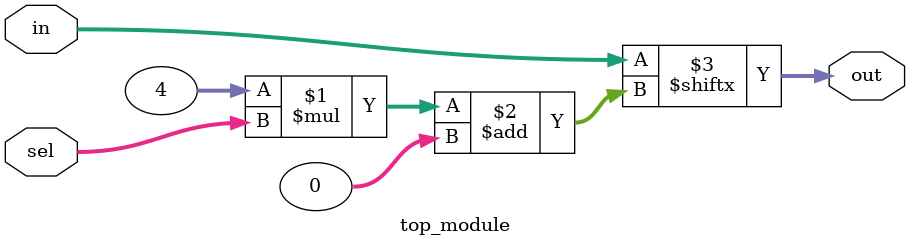
<source format=v>
module top_module( 
    input [1023:0] in,
    input [7:0] sel,
    output [3:0] out );
    reg [7:0]index;
    assign     out[3:0] = in[4*sel+:4];
endmodule


</source>
